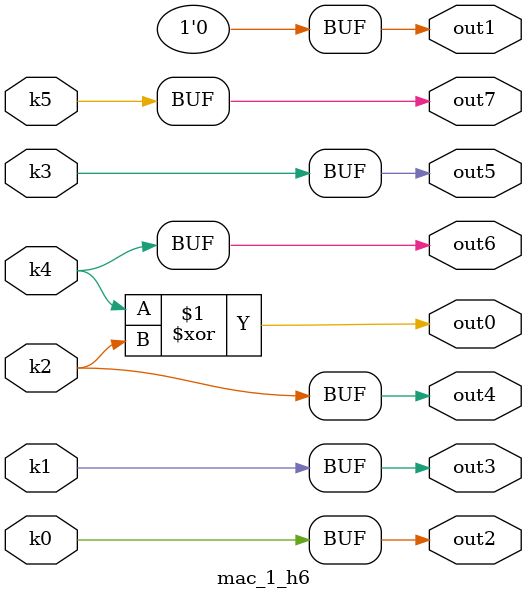
<source format=v>
module mac_1(pi0, pi1, pi2, pi3, pi4, pi5, pi6, pi7, po0, po1, po2, po3, po4, po5, po6, po7);
input pi0, pi1, pi2, pi3, pi4, pi5, pi6, pi7;
output po0, po1, po2, po3, po4, po5, po6, po7;
wire k0, k1, k2, k3, k4, k5;
mac_1_w6 DUT1 (pi0, pi1, pi2, pi3, pi4, pi5, pi6, pi7, k0, k1, k2, k3, k4, k5);
mac_1_h6 DUT2 (k0, k1, k2, k3, k4, k5, po0, po1, po2, po3, po4, po5, po6, po7);
endmodule

module mac_1_w6(in7, in6, in5, in4, in3, in2, in1, in0, k5, k4, k3, k2, k1, k0);
input in7, in6, in5, in4, in3, in2, in1, in0;
output k5, k4, k3, k2, k1, k0;
assign k0 =   (in4 & ((in3 & ((in2 & in1 & in7 & in5) | (in6 & ~in7 & ~in5))) | (~in3 & ((in2 & ((~in1 & in6 & in5) | (in7 & ~in5))) | (in1 & ((in7 & ~in5) | (~in2 & in6 & in5))) | (in7 & in5 & ~in1 & in6))) | (in7 & ((~in6 & ((in2 & (in1 | ~in5)) | (in1 & ~in5))) | (in6 & in5 & in2 & ~in1))))) | (~in4 & ((in5 & (in6 ? ((in2 & (in1 | ~in7)) | (in1 & ~in7)) : (in7 & (~in2 | ~in1)))) | (~in2 & ~in1 & ~in5))) | (~in7 & ((~in2 & ~in1 & (~in6 | ~in5)) | (in6 & in5 & ~in3 & in1)));
assign k1 =   ((~in7 | ~in5) & ((~in2 & (in1 | (in6 & in4 & in3))) | (~in1 & in2 & (~in6 | ~in4 | ~in3)))) | (in7 & in5 & ((in2 & (in1 | (in6 & in4 & in3))) | (~in1 & ~in2 & (~in6 | ~in4 | ~in3))));
assign k2 =   in4;
assign k3 =   in5;
assign k4 =   in6;
assign k5 =   in7;
endmodule

module mac_1_h6(k5, k4, k3, k2, k1, k0, out7, out6, out5, out4, out3, out2, out1, out0);
input k5, k4, k3, k2, k1, k0;
output out7, out6, out5, out4, out3, out2, out1, out0;
assign out0 = k4 ^ k2;
assign out1 = 0;
assign out2 = k0;
assign out3 = k1;
assign out4 = k2;
assign out5 = k3;
assign out6 = k4;
assign out7 = k5;
endmodule

</source>
